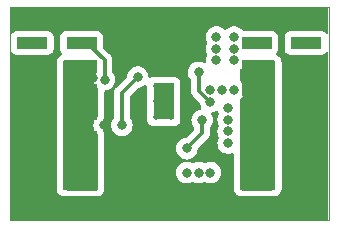
<source format=gbr>
G04 #@! TF.GenerationSoftware,KiCad,Pcbnew,8.0.3*
G04 #@! TF.CreationDate,2024-08-02T19:57:06+02:00*
G04 #@! TF.ProjectId,powermod,706f7765-726d-46f6-942e-6b696361645f,rev?*
G04 #@! TF.SameCoordinates,PXf42400PY2719c40*
G04 #@! TF.FileFunction,Copper,L4,Bot*
G04 #@! TF.FilePolarity,Positive*
%FSLAX46Y46*%
G04 Gerber Fmt 4.6, Leading zero omitted, Abs format (unit mm)*
G04 Created by KiCad (PCBNEW 8.0.3) date 2024-08-02 19:57:06*
%MOMM*%
%LPD*%
G01*
G04 APERTURE LIST*
G04 #@! TA.AperFunction,HeatsinkPad*
%ADD10C,0.500000*%
G04 #@! TD*
G04 #@! TA.AperFunction,HeatsinkPad*
%ADD11R,1.800000X3.100000*%
G04 #@! TD*
G04 #@! TA.AperFunction,SMDPad,CuDef*
%ADD12R,2.580000X1.000000*%
G04 #@! TD*
G04 #@! TA.AperFunction,ViaPad*
%ADD13C,0.800000*%
G04 #@! TD*
G04 #@! TA.AperFunction,ViaPad*
%ADD14C,0.600000*%
G04 #@! TD*
G04 #@! TA.AperFunction,Conductor*
%ADD15C,0.300000*%
G04 #@! TD*
G04 #@! TA.AperFunction,Profile*
%ADD16C,0.120000*%
G04 #@! TD*
G04 APERTURE END LIST*
D10*
X12390000Y-4670000D03*
X12390000Y-5970000D03*
X12390000Y-7270000D03*
D11*
X13040000Y-5970000D03*
D10*
X13690000Y-4670000D03*
X13690000Y-5970000D03*
X13690000Y-7270000D03*
D12*
X25085000Y-1000000D03*
X20915000Y-1000000D03*
X25085000Y-3000000D03*
X20915000Y-3000000D03*
X25085000Y-5000000D03*
X20915000Y-5000000D03*
X25085000Y-7000000D03*
X20915000Y-7000000D03*
X25085000Y-9000000D03*
X20915000Y-9000000D03*
X25085000Y-11000000D03*
X20915000Y-11000000D03*
X25085000Y-13000000D03*
X20915000Y-13000000D03*
X6085000Y-1000000D03*
X1915000Y-1000000D03*
X6085000Y-3000000D03*
X1915000Y-3000000D03*
X6085000Y-5000000D03*
X1915000Y-5000000D03*
X6085000Y-7000000D03*
X1915000Y-7000000D03*
X6085000Y-9000000D03*
X1915000Y-9000000D03*
X6085000Y-11000000D03*
X1915000Y-11000000D03*
X6085000Y-13000000D03*
X1915000Y-13000000D03*
D13*
X15000000Y-12000000D03*
X16000000Y-12000000D03*
X17000000Y-12000000D03*
X8000000Y-8000000D03*
X26000000Y-12000000D03*
X26000000Y-10000000D03*
X26000000Y-8000000D03*
X26000000Y-6000000D03*
X17000000Y-6000003D03*
X16000000Y-3510000D03*
X16294122Y-7546240D03*
X15000000Y-9944919D03*
X10840000Y-3899669D03*
X9500000Y-8000000D03*
X8029077Y-4116585D03*
X6085000Y-1000000D03*
X7036256Y-3996956D03*
X22000000Y-6500000D03*
X22000000Y-7500000D03*
X22000000Y-8500000D03*
X22000000Y-9500000D03*
X19000000Y-5000000D03*
X18000000Y-5000000D03*
X17000000Y-5000000D03*
X17500000Y-1500000D03*
X19000000Y-1500000D03*
X19000000Y-500000D03*
X19000000Y-2500000D03*
X17500000Y-2500000D03*
X17500000Y-500000D03*
X18500000Y-9500000D03*
X18500000Y-8500000D03*
X18500000Y-7500000D03*
X18500000Y-6500000D03*
X26000000Y1000000D03*
X25000000Y1000000D03*
X24000000Y1000000D03*
X26000000Y-4000000D03*
X25000000Y-4000000D03*
X24000000Y-4000000D03*
X13500000Y-8500000D03*
X13500000Y-9500000D03*
X13500000Y-10500000D03*
X12500000Y-10500000D03*
X12500000Y-9500000D03*
X12500000Y-8500000D03*
X13500000Y-3500000D03*
X13500000Y-2500000D03*
X13500000Y-1500000D03*
X12500000Y-3500000D03*
X12500000Y-2500000D03*
X12500000Y-1500000D03*
D14*
X1000000Y-4000000D03*
X1000000Y-6000000D03*
X1000000Y-10000000D03*
X1000000Y-12000000D03*
X1000000Y-8000000D03*
X1000000Y-14000000D03*
D15*
X6085000Y-1000000D02*
X6575000Y-1000000D01*
X6575000Y-1000000D02*
X8029077Y-2454077D01*
X8029077Y-2454077D02*
X8029077Y-4116585D01*
X15000000Y-9944919D02*
X16294122Y-8650797D01*
X16294122Y-8650797D02*
X16294122Y-7546240D01*
X16939342Y-6000003D02*
X17000000Y-6000003D01*
X16000000Y-3510000D02*
X16000000Y-5060661D01*
X16000000Y-5060661D02*
X16939342Y-6000003D01*
X9500000Y-5239669D02*
X10840000Y-3899669D01*
X9500000Y-8000000D02*
X9500000Y-5239669D01*
G04 #@! TA.AperFunction,Conductor*
G36*
X26931621Y1969498D02*
G01*
X26978114Y1915842D01*
X26989500Y1863500D01*
X26989500Y-93785D01*
X26969498Y-161906D01*
X26915842Y-208399D01*
X26845568Y-218503D01*
X26780988Y-189009D01*
X26762632Y-169294D01*
X26738261Y-136738D01*
X26621207Y-49112D01*
X26621202Y-49110D01*
X26484204Y1989D01*
X26484196Y1991D01*
X26423649Y8500D01*
X26423638Y8500D01*
X23746362Y8500D01*
X23746350Y8500D01*
X23685803Y1991D01*
X23685795Y1989D01*
X23548797Y-49110D01*
X23548792Y-49112D01*
X23431738Y-136738D01*
X23344112Y-253792D01*
X23344110Y-253797D01*
X23293011Y-390795D01*
X23293009Y-390803D01*
X23286500Y-451350D01*
X23286500Y-1548649D01*
X23293009Y-1609196D01*
X23293011Y-1609204D01*
X23344110Y-1746202D01*
X23344112Y-1746207D01*
X23431738Y-1863261D01*
X23548792Y-1950887D01*
X23548794Y-1950888D01*
X23548796Y-1950889D01*
X23607875Y-1972924D01*
X23685795Y-2001988D01*
X23685803Y-2001990D01*
X23746350Y-2008499D01*
X23746355Y-2008499D01*
X23746362Y-2008500D01*
X23746368Y-2008500D01*
X26423632Y-2008500D01*
X26423638Y-2008500D01*
X26423645Y-2008499D01*
X26423649Y-2008499D01*
X26484196Y-2001990D01*
X26484199Y-2001989D01*
X26484201Y-2001989D01*
X26494269Y-1998234D01*
X26525728Y-1986500D01*
X26621204Y-1950889D01*
X26738261Y-1863261D01*
X26762631Y-1830705D01*
X26819467Y-1788159D01*
X26890282Y-1783093D01*
X26952595Y-1817118D01*
X26986620Y-1879430D01*
X26989500Y-1906214D01*
X26989500Y-15863500D01*
X26969498Y-15931621D01*
X26915842Y-15978114D01*
X26863500Y-15989500D01*
X136500Y-15989500D01*
X68379Y-15969498D01*
X21886Y-15915842D01*
X10500Y-15863500D01*
X10500Y-2626003D01*
X3986500Y-2626003D01*
X3986500Y-13374009D01*
X3998235Y-13483155D01*
X3998235Y-13483159D01*
X4009617Y-13535480D01*
X4009623Y-13535501D01*
X4044288Y-13639654D01*
X4044290Y-13639657D01*
X4123308Y-13762612D01*
X4123311Y-13762615D01*
X4123315Y-13762621D01*
X4167575Y-13813700D01*
X4169396Y-13815920D01*
X4280258Y-13911980D01*
X4280261Y-13911982D01*
X4413210Y-13972698D01*
X4481331Y-13992700D01*
X4626000Y-14013500D01*
X4626004Y-14013500D01*
X7373994Y-14013500D01*
X7374000Y-14013500D01*
X7414060Y-14009193D01*
X7420776Y-14008653D01*
X7423625Y-14008500D01*
X7423638Y-14008500D01*
X7484201Y-14001989D01*
X7484213Y-14001984D01*
X7491888Y-14000171D01*
X7491888Y-14000173D01*
X7495939Y-13998983D01*
X7499241Y-13998264D01*
X7535491Y-13990380D01*
X7639657Y-13955710D01*
X7762612Y-13876692D01*
X7813721Y-13832405D01*
X7815924Y-13830598D01*
X7911980Y-13719741D01*
X7911982Y-13719739D01*
X7972698Y-13586790D01*
X7992700Y-13518669D01*
X8013500Y-13374000D01*
X8013500Y-9944919D01*
X14086496Y-9944919D01*
X14106457Y-10134846D01*
X14136526Y-10227389D01*
X14165473Y-10316475D01*
X14165476Y-10316480D01*
X14260958Y-10481860D01*
X14260965Y-10481870D01*
X14388744Y-10623783D01*
X14388747Y-10623785D01*
X14543248Y-10736037D01*
X14717712Y-10813713D01*
X14884722Y-10849212D01*
X14947195Y-10882940D01*
X14981517Y-10945090D01*
X14976789Y-11015929D01*
X14934513Y-11072967D01*
X14884723Y-11095705D01*
X14717715Y-11131204D01*
X14543247Y-11208882D01*
X14388744Y-11321135D01*
X14260965Y-11463048D01*
X14260958Y-11463058D01*
X14165476Y-11628438D01*
X14165473Y-11628445D01*
X14106457Y-11810072D01*
X14086496Y-12000000D01*
X14106457Y-12189927D01*
X14136526Y-12282470D01*
X14165473Y-12371556D01*
X14165476Y-12371561D01*
X14260958Y-12536941D01*
X14260965Y-12536951D01*
X14388744Y-12678864D01*
X14388747Y-12678866D01*
X14543248Y-12791118D01*
X14717712Y-12868794D01*
X14904513Y-12908500D01*
X15095487Y-12908500D01*
X15282288Y-12868794D01*
X15448755Y-12794678D01*
X15519118Y-12785245D01*
X15551240Y-12794676D01*
X15717712Y-12868794D01*
X15904513Y-12908500D01*
X16095487Y-12908500D01*
X16282288Y-12868794D01*
X16448755Y-12794678D01*
X16519118Y-12785245D01*
X16551240Y-12794676D01*
X16717712Y-12868794D01*
X16904513Y-12908500D01*
X17095487Y-12908500D01*
X17282288Y-12868794D01*
X17456752Y-12791118D01*
X17611253Y-12678866D01*
X17739040Y-12536944D01*
X17834527Y-12371556D01*
X17893542Y-12189928D01*
X17913504Y-12000000D01*
X17893542Y-11810072D01*
X17834527Y-11628444D01*
X17739040Y-11463056D01*
X17739038Y-11463054D01*
X17739034Y-11463048D01*
X17611255Y-11321135D01*
X17456752Y-11208882D01*
X17282288Y-11131206D01*
X17095487Y-11091500D01*
X16904513Y-11091500D01*
X16717711Y-11131206D01*
X16612231Y-11178168D01*
X16551248Y-11205320D01*
X16480882Y-11214754D01*
X16448752Y-11205320D01*
X16282288Y-11131206D01*
X16095487Y-11091500D01*
X15904513Y-11091500D01*
X15717711Y-11131206D01*
X15612231Y-11178168D01*
X15551248Y-11205320D01*
X15480882Y-11214754D01*
X15448752Y-11205320D01*
X15282288Y-11131206D01*
X15282287Y-11131205D01*
X15282283Y-11131204D01*
X15115277Y-11095705D01*
X15052803Y-11061977D01*
X15018482Y-10999827D01*
X15023210Y-10928988D01*
X15065486Y-10871951D01*
X15115275Y-10849212D01*
X15282288Y-10813713D01*
X15456752Y-10736037D01*
X15611253Y-10623785D01*
X15739040Y-10481863D01*
X15834527Y-10316475D01*
X15893542Y-10134847D01*
X15906754Y-10009134D01*
X15933767Y-9943478D01*
X15942960Y-9933217D01*
X16805613Y-9070566D01*
X16877677Y-8962714D01*
X16927316Y-8842874D01*
X16937611Y-8791118D01*
X16952622Y-8715654D01*
X16952622Y-8220999D01*
X16972624Y-8152878D01*
X16984987Y-8136687D01*
X17033160Y-8083186D01*
X17033159Y-8083186D01*
X17033162Y-8083184D01*
X17128649Y-7917796D01*
X17187664Y-7736168D01*
X17207626Y-7546240D01*
X17187664Y-7356312D01*
X17128649Y-7174684D01*
X17101950Y-7128440D01*
X17074855Y-7081509D01*
X17058117Y-7012513D01*
X17081338Y-6945421D01*
X17137145Y-6901534D01*
X17157771Y-6895263D01*
X17282288Y-6868797D01*
X17456752Y-6791121D01*
X17464163Y-6785736D01*
X17531027Y-6761877D01*
X17600180Y-6777955D01*
X17649662Y-6828867D01*
X17658056Y-6848730D01*
X17665473Y-6871556D01*
X17665474Y-6871559D01*
X17703257Y-6937001D01*
X17719994Y-7005997D01*
X17703257Y-7062999D01*
X17665474Y-7128440D01*
X17665473Y-7128445D01*
X17606457Y-7310072D01*
X17586496Y-7500000D01*
X17606457Y-7689927D01*
X17631241Y-7766202D01*
X17665473Y-7871556D01*
X17665474Y-7871559D01*
X17703257Y-7937001D01*
X17719994Y-8005997D01*
X17703257Y-8062999D01*
X17665474Y-8128440D01*
X17665473Y-8128445D01*
X17606457Y-8310072D01*
X17586496Y-8500000D01*
X17606457Y-8689927D01*
X17619192Y-8729119D01*
X17665473Y-8871556D01*
X17665474Y-8871559D01*
X17703257Y-8937001D01*
X17719994Y-9005997D01*
X17703257Y-9062999D01*
X17665474Y-9128440D01*
X17665473Y-9128445D01*
X17606457Y-9310072D01*
X17586496Y-9500000D01*
X17606457Y-9689927D01*
X17627598Y-9754991D01*
X17665473Y-9871556D01*
X17665476Y-9871561D01*
X17760958Y-10036941D01*
X17760965Y-10036951D01*
X17888744Y-10178864D01*
X17888747Y-10178866D01*
X18043248Y-10291118D01*
X18217712Y-10368794D01*
X18404513Y-10408500D01*
X18595487Y-10408500D01*
X18782288Y-10368794D01*
X18782288Y-10368793D01*
X18782292Y-10368793D01*
X18809251Y-10356790D01*
X18879617Y-10347355D01*
X18943915Y-10377461D01*
X18981728Y-10437549D01*
X18986500Y-10471896D01*
X18986500Y-13374009D01*
X18998235Y-13483155D01*
X18998235Y-13483159D01*
X19009617Y-13535480D01*
X19009623Y-13535501D01*
X19044288Y-13639654D01*
X19044290Y-13639657D01*
X19123308Y-13762612D01*
X19123311Y-13762615D01*
X19123315Y-13762621D01*
X19167575Y-13813700D01*
X19169396Y-13815920D01*
X19280258Y-13911980D01*
X19280261Y-13911982D01*
X19413210Y-13972698D01*
X19481331Y-13992700D01*
X19481334Y-13992700D01*
X19481336Y-13992701D01*
X19483473Y-13993008D01*
X19509589Y-13999672D01*
X19515799Y-14001989D01*
X19576362Y-14008500D01*
X19582209Y-14008500D01*
X19600139Y-14009782D01*
X19615923Y-14012051D01*
X19626000Y-14013500D01*
X19626001Y-14013500D01*
X22373994Y-14013500D01*
X22374000Y-14013500D01*
X22483149Y-14001766D01*
X22483158Y-14001764D01*
X22483159Y-14001764D01*
X22499303Y-13998251D01*
X22535491Y-13990380D01*
X22639657Y-13955710D01*
X22762612Y-13876692D01*
X22813721Y-13832405D01*
X22815924Y-13830598D01*
X22911980Y-13719741D01*
X22911982Y-13719739D01*
X22972698Y-13586790D01*
X22992700Y-13518669D01*
X23013500Y-13374000D01*
X23013500Y-2626000D01*
X23001766Y-2516851D01*
X22998100Y-2500000D01*
X22990382Y-2464519D01*
X22990380Y-2464509D01*
X22955710Y-2360343D01*
X22876692Y-2237388D01*
X22832420Y-2186296D01*
X22830600Y-2184077D01*
X22719740Y-2088019D01*
X22719739Y-2088018D01*
X22623692Y-2044155D01*
X22570039Y-1997663D01*
X22550037Y-1929542D01*
X22570039Y-1861421D01*
X22575169Y-1854033D01*
X22655887Y-1746207D01*
X22655887Y-1746206D01*
X22655889Y-1746204D01*
X22706989Y-1609201D01*
X22713500Y-1548638D01*
X22713500Y-451362D01*
X22713499Y-451350D01*
X22706990Y-390803D01*
X22706988Y-390795D01*
X22655889Y-253797D01*
X22655887Y-253792D01*
X22568261Y-136738D01*
X22451207Y-49112D01*
X22451202Y-49110D01*
X22314204Y1989D01*
X22314196Y1991D01*
X22253649Y8500D01*
X22253638Y8500D01*
X19820750Y8500D01*
X19752629Y28502D01*
X19727114Y50190D01*
X19611255Y178865D01*
X19456752Y291118D01*
X19282288Y368794D01*
X19095487Y408500D01*
X18904513Y408500D01*
X18717711Y368794D01*
X18543247Y291118D01*
X18388746Y178866D01*
X18343636Y128766D01*
X18283190Y91527D01*
X18212206Y92879D01*
X18156364Y128766D01*
X18111253Y178866D01*
X17956752Y291118D01*
X17782288Y368794D01*
X17595487Y408500D01*
X17404513Y408500D01*
X17217711Y368794D01*
X17043247Y291118D01*
X16888744Y178865D01*
X16760965Y36952D01*
X16760958Y36942D01*
X16711275Y-49112D01*
X16665473Y-128444D01*
X16652200Y-169294D01*
X16606457Y-310072D01*
X16586496Y-500000D01*
X16606457Y-689927D01*
X16636526Y-782470D01*
X16665473Y-871556D01*
X16665474Y-871559D01*
X16703257Y-937001D01*
X16719994Y-1005997D01*
X16703257Y-1062999D01*
X16665474Y-1128440D01*
X16665473Y-1128445D01*
X16606457Y-1310072D01*
X16586496Y-1500000D01*
X16606457Y-1689927D01*
X16624743Y-1746204D01*
X16665473Y-1871556D01*
X16665474Y-1871559D01*
X16703257Y-1937001D01*
X16719994Y-2005997D01*
X16703257Y-2062999D01*
X16665474Y-2128440D01*
X16665473Y-2128443D01*
X16665473Y-2128444D01*
X16652758Y-2167576D01*
X16606457Y-2310072D01*
X16586496Y-2500000D01*
X16594188Y-2573186D01*
X16581416Y-2643024D01*
X16532913Y-2694871D01*
X16464081Y-2712265D01*
X16417630Y-2701463D01*
X16282290Y-2641206D01*
X16095487Y-2601500D01*
X15904513Y-2601500D01*
X15717711Y-2641206D01*
X15543247Y-2718882D01*
X15388744Y-2831135D01*
X15260965Y-2973048D01*
X15260958Y-2973058D01*
X15165476Y-3138438D01*
X15165473Y-3138445D01*
X15106457Y-3320072D01*
X15086496Y-3510000D01*
X15106457Y-3699927D01*
X15136526Y-3792470D01*
X15165473Y-3881556D01*
X15165476Y-3881561D01*
X15260961Y-4046946D01*
X15309135Y-4100447D01*
X15339853Y-4164454D01*
X15341500Y-4184759D01*
X15341500Y-5125521D01*
X15351305Y-5174812D01*
X15366806Y-5252738D01*
X15416445Y-5372578D01*
X15488509Y-5480430D01*
X15488513Y-5480434D01*
X16064154Y-6056075D01*
X16098180Y-6118387D01*
X16100368Y-6131994D01*
X16106458Y-6189931D01*
X16165473Y-6371559D01*
X16165473Y-6371560D01*
X16165474Y-6371561D01*
X16219267Y-6464734D01*
X16236004Y-6533729D01*
X16212783Y-6600821D01*
X16156976Y-6644708D01*
X16136344Y-6650979D01*
X16011838Y-6677444D01*
X15837369Y-6755122D01*
X15682866Y-6867375D01*
X15555087Y-7009288D01*
X15555080Y-7009298D01*
X15486291Y-7128445D01*
X15459595Y-7174684D01*
X15445121Y-7219226D01*
X15400579Y-7356312D01*
X15380618Y-7546240D01*
X15400579Y-7736167D01*
X15410339Y-7766204D01*
X15459595Y-7917796D01*
X15459598Y-7917801D01*
X15555083Y-8083186D01*
X15603257Y-8136687D01*
X15633975Y-8200694D01*
X15635622Y-8220999D01*
X15635622Y-8325847D01*
X15615620Y-8393968D01*
X15598717Y-8414942D01*
X15014145Y-8999514D01*
X14951833Y-9033540D01*
X14925050Y-9036419D01*
X14904513Y-9036419D01*
X14717711Y-9076125D01*
X14543247Y-9153801D01*
X14388744Y-9266054D01*
X14260965Y-9407967D01*
X14260958Y-9407977D01*
X14165476Y-9573357D01*
X14165473Y-9573364D01*
X14106457Y-9754991D01*
X14086496Y-9944919D01*
X8013500Y-9944919D01*
X8013500Y-8823896D01*
X8004678Y-8729119D01*
X7996093Y-8683405D01*
X7969926Y-8591878D01*
X7898056Y-8464613D01*
X7895843Y-8460694D01*
X7896999Y-8460040D01*
X7879099Y-8410423D01*
X7876990Y-8390804D01*
X7876989Y-8390802D01*
X7876989Y-8390799D01*
X7825889Y-8253796D01*
X7825886Y-8253792D01*
X7825886Y-8253791D01*
X7738261Y-8136738D01*
X7690343Y-8100868D01*
X7647796Y-8044033D01*
X7644647Y-8000000D01*
X8586496Y-8000000D01*
X8606457Y-8189927D01*
X8627210Y-8253796D01*
X8665473Y-8371556D01*
X8665476Y-8371561D01*
X8760958Y-8536941D01*
X8760965Y-8536951D01*
X8888744Y-8678864D01*
X8888747Y-8678866D01*
X9043248Y-8791118D01*
X9217712Y-8868794D01*
X9404513Y-8908500D01*
X9595487Y-8908500D01*
X9782288Y-8868794D01*
X9956752Y-8791118D01*
X10111253Y-8678866D01*
X10189574Y-8591882D01*
X10239034Y-8536951D01*
X10239035Y-8536949D01*
X10239040Y-8536944D01*
X10334527Y-8371556D01*
X10393542Y-8189928D01*
X10413504Y-8000000D01*
X10393542Y-7810072D01*
X10334527Y-7628444D01*
X10239040Y-7463056D01*
X10239038Y-7463054D01*
X10239034Y-7463048D01*
X10190864Y-7409550D01*
X10160146Y-7345543D01*
X10158500Y-7325240D01*
X10158500Y-5564619D01*
X10178502Y-5496498D01*
X10195405Y-5475524D01*
X10825855Y-4845074D01*
X10888167Y-4811048D01*
X10914950Y-4808169D01*
X10935487Y-4808169D01*
X11122288Y-4768463D01*
X11296752Y-4690787D01*
X11428859Y-4594805D01*
X11495722Y-4570949D01*
X11564874Y-4587029D01*
X11614354Y-4637942D01*
X11628123Y-4682631D01*
X11630707Y-4705558D01*
X11631500Y-4719670D01*
X11631500Y-5920328D01*
X11630708Y-5934434D01*
X11626701Y-5969999D01*
X11630708Y-6005563D01*
X11631500Y-6019670D01*
X11631500Y-7220328D01*
X11630708Y-7234434D01*
X11626701Y-7269999D01*
X11630708Y-7305563D01*
X11631500Y-7319670D01*
X11631500Y-7568649D01*
X11638009Y-7629196D01*
X11638011Y-7629204D01*
X11689110Y-7766202D01*
X11689112Y-7766207D01*
X11776738Y-7883261D01*
X11893792Y-7970887D01*
X11893794Y-7970888D01*
X11893796Y-7970889D01*
X11900038Y-7973217D01*
X12030795Y-8021988D01*
X12030803Y-8021990D01*
X12091350Y-8028499D01*
X12091355Y-8028499D01*
X12091362Y-8028500D01*
X12340330Y-8028500D01*
X12354435Y-8029291D01*
X12390000Y-8033299D01*
X12425564Y-8029291D01*
X12439670Y-8028500D01*
X13640330Y-8028500D01*
X13654435Y-8029291D01*
X13690000Y-8033299D01*
X13725564Y-8029291D01*
X13739670Y-8028500D01*
X13988632Y-8028500D01*
X13988638Y-8028500D01*
X13988645Y-8028499D01*
X13988649Y-8028499D01*
X14049196Y-8021990D01*
X14049199Y-8021989D01*
X14049201Y-8021989D01*
X14186204Y-7970889D01*
X14257131Y-7917794D01*
X14303261Y-7883261D01*
X14390887Y-7766207D01*
X14390887Y-7766206D01*
X14390889Y-7766204D01*
X14441989Y-7629201D01*
X14442071Y-7628445D01*
X14448499Y-7568649D01*
X14448500Y-7568632D01*
X14448500Y-7319670D01*
X14449292Y-7305563D01*
X14453299Y-7270000D01*
X14449292Y-7234434D01*
X14448500Y-7220328D01*
X14448500Y-6019670D01*
X14449292Y-6005563D01*
X14453299Y-5970000D01*
X14449292Y-5934434D01*
X14448500Y-5920328D01*
X14448500Y-4719670D01*
X14449292Y-4705563D01*
X14449293Y-4705558D01*
X14453299Y-4670000D01*
X14449292Y-4634434D01*
X14448500Y-4620328D01*
X14448500Y-4371367D01*
X14448499Y-4371350D01*
X14441990Y-4310803D01*
X14441988Y-4310795D01*
X14406166Y-4214754D01*
X14390889Y-4173796D01*
X14390888Y-4173794D01*
X14390887Y-4173792D01*
X14303261Y-4056738D01*
X14186207Y-3969112D01*
X14186202Y-3969110D01*
X14049204Y-3918011D01*
X14049196Y-3918009D01*
X13988649Y-3911500D01*
X13988638Y-3911500D01*
X13739670Y-3911500D01*
X13725564Y-3910708D01*
X13690000Y-3906701D01*
X13654435Y-3910708D01*
X13640330Y-3911500D01*
X12439670Y-3911500D01*
X12425564Y-3910708D01*
X12390000Y-3906701D01*
X12354435Y-3910708D01*
X12340330Y-3911500D01*
X12091350Y-3911500D01*
X12030803Y-3918009D01*
X12030795Y-3918011D01*
X11918166Y-3960021D01*
X11847350Y-3965087D01*
X11785038Y-3931062D01*
X11751013Y-3868750D01*
X11748823Y-3855136D01*
X11746754Y-3835453D01*
X11733542Y-3709741D01*
X11674527Y-3528113D01*
X11579040Y-3362725D01*
X11579038Y-3362723D01*
X11579034Y-3362717D01*
X11451255Y-3220804D01*
X11296752Y-3108551D01*
X11122288Y-3030875D01*
X10935487Y-2991169D01*
X10744513Y-2991169D01*
X10557711Y-3030875D01*
X10383247Y-3108551D01*
X10228744Y-3220804D01*
X10100965Y-3362717D01*
X10100958Y-3362727D01*
X10005476Y-3528107D01*
X10005473Y-3528114D01*
X9946459Y-3709736D01*
X9933245Y-3835453D01*
X9906231Y-3901109D01*
X9897031Y-3911376D01*
X8988508Y-4819900D01*
X8988506Y-4819903D01*
X8955981Y-4868582D01*
X8955980Y-4868584D01*
X8916445Y-4927752D01*
X8866807Y-5047588D01*
X8866806Y-5047591D01*
X8841500Y-5174808D01*
X8841500Y-7325240D01*
X8821498Y-7393361D01*
X8809136Y-7409550D01*
X8760965Y-7463048D01*
X8760958Y-7463058D01*
X8665476Y-7628438D01*
X8665473Y-7628445D01*
X8606457Y-7810072D01*
X8586496Y-8000000D01*
X7644647Y-8000000D01*
X7642731Y-7973217D01*
X7676756Y-7910905D01*
X7690343Y-7899132D01*
X7738261Y-7863261D01*
X7825886Y-7746208D01*
X7825885Y-7746208D01*
X7825889Y-7746204D01*
X7876989Y-7609201D01*
X7878452Y-7595582D01*
X7904505Y-7531395D01*
X7911982Y-7521841D01*
X7972698Y-7388892D01*
X7992700Y-7320771D01*
X8013500Y-7176102D01*
X8013500Y-5150209D01*
X8033502Y-5082088D01*
X8087158Y-5035595D01*
X8118243Y-5027109D01*
X8118105Y-5026458D01*
X8124564Y-5025085D01*
X8311365Y-4985379D01*
X8485829Y-4907703D01*
X8640330Y-4795451D01*
X8664631Y-4768462D01*
X8768111Y-4653536D01*
X8768112Y-4653534D01*
X8768117Y-4653529D01*
X8863604Y-4488141D01*
X8922619Y-4306513D01*
X8942581Y-4116585D01*
X8922619Y-3926657D01*
X8863604Y-3745029D01*
X8768117Y-3579641D01*
X8768115Y-3579639D01*
X8768111Y-3579633D01*
X8719941Y-3526135D01*
X8689223Y-3462128D01*
X8687577Y-3441825D01*
X8687577Y-2389219D01*
X8687576Y-2389216D01*
X8665903Y-2280261D01*
X8662271Y-2262000D01*
X8612632Y-2142160D01*
X8540567Y-2034308D01*
X8448846Y-1942587D01*
X7920404Y-1414144D01*
X7886379Y-1351832D01*
X7883500Y-1325049D01*
X7883500Y-451367D01*
X7883499Y-451350D01*
X7876990Y-390803D01*
X7876988Y-390795D01*
X7825889Y-253797D01*
X7825887Y-253792D01*
X7738261Y-136738D01*
X7621207Y-49112D01*
X7621202Y-49110D01*
X7484204Y1989D01*
X7484196Y1991D01*
X7423649Y8500D01*
X7423638Y8500D01*
X4746362Y8500D01*
X4746350Y8500D01*
X4685803Y1991D01*
X4685795Y1989D01*
X4548797Y-49110D01*
X4548792Y-49112D01*
X4431738Y-136738D01*
X4344112Y-253792D01*
X4344110Y-253797D01*
X4293011Y-390795D01*
X4293009Y-390803D01*
X4286500Y-451350D01*
X4286500Y-1548649D01*
X4293009Y-1609196D01*
X4293011Y-1609204D01*
X4344110Y-1746202D01*
X4344112Y-1746207D01*
X4421271Y-1849278D01*
X4446082Y-1915798D01*
X4430991Y-1985172D01*
X4380789Y-2035374D01*
X4360704Y-2044117D01*
X4360346Y-2044288D01*
X4237385Y-2123310D01*
X4186299Y-2167576D01*
X4184080Y-2169395D01*
X4088019Y-2280258D01*
X4088017Y-2280261D01*
X4027301Y-2413210D01*
X4007302Y-2481322D01*
X4007300Y-2481329D01*
X4007300Y-2481331D01*
X3986502Y-2625990D01*
X3986500Y-2626003D01*
X10500Y-2626003D01*
X10500Y-1906214D01*
X30502Y-1838093D01*
X84158Y-1791600D01*
X154432Y-1781496D01*
X219012Y-1810990D01*
X237366Y-1830703D01*
X254831Y-1854033D01*
X261739Y-1863261D01*
X378792Y-1950887D01*
X378794Y-1950888D01*
X378796Y-1950889D01*
X437875Y-1972924D01*
X515795Y-2001988D01*
X515803Y-2001990D01*
X576350Y-2008499D01*
X576355Y-2008499D01*
X576362Y-2008500D01*
X576368Y-2008500D01*
X3253632Y-2008500D01*
X3253638Y-2008500D01*
X3253645Y-2008499D01*
X3253649Y-2008499D01*
X3314196Y-2001990D01*
X3314199Y-2001989D01*
X3314201Y-2001989D01*
X3324269Y-1998234D01*
X3355728Y-1986500D01*
X3451204Y-1950889D01*
X3568261Y-1863261D01*
X3655889Y-1746204D01*
X3706989Y-1609201D01*
X3713500Y-1548638D01*
X3713500Y-451362D01*
X3713499Y-451350D01*
X3706990Y-390803D01*
X3706988Y-390795D01*
X3655889Y-253797D01*
X3655887Y-253792D01*
X3568261Y-136738D01*
X3451207Y-49112D01*
X3451202Y-49110D01*
X3314204Y1989D01*
X3314196Y1991D01*
X3253649Y8500D01*
X3253638Y8500D01*
X576362Y8500D01*
X576350Y8500D01*
X515803Y1991D01*
X515795Y1989D01*
X378797Y-49110D01*
X378792Y-49112D01*
X261738Y-136738D01*
X237368Y-169294D01*
X180532Y-211841D01*
X109716Y-216905D01*
X47404Y-182880D01*
X13379Y-120568D01*
X10500Y-93785D01*
X10500Y1863500D01*
X30502Y1931621D01*
X84158Y1978114D01*
X136500Y1989500D01*
X26863500Y1989500D01*
X26931621Y1969498D01*
G37*
G04 #@! TD.AperFunction*
G04 #@! TA.AperFunction,Conductor*
G36*
X22442121Y-2520002D02*
G01*
X22488614Y-2573658D01*
X22500000Y-2626000D01*
X22500000Y-13374000D01*
X22479998Y-13442121D01*
X22426342Y-13488614D01*
X22374000Y-13500000D01*
X19626000Y-13500000D01*
X19557879Y-13479998D01*
X19511386Y-13426342D01*
X19500000Y-13374000D01*
X19500000Y-5823896D01*
X19520002Y-5755775D01*
X19551939Y-5721960D01*
X19611253Y-5678866D01*
X19739040Y-5536944D01*
X19834527Y-5371556D01*
X19893542Y-5189928D01*
X19913504Y-5000000D01*
X19893542Y-4810072D01*
X19834527Y-4628444D01*
X19739040Y-4463056D01*
X19739038Y-4463054D01*
X19739034Y-4463048D01*
X19611257Y-4321137D01*
X19551937Y-4278037D01*
X19508584Y-4221813D01*
X19500000Y-4176102D01*
X19500000Y-3323896D01*
X19520002Y-3255775D01*
X19551939Y-3221960D01*
X19611253Y-3178866D01*
X19739040Y-3036944D01*
X19834527Y-2871556D01*
X19893542Y-2689928D01*
X19901645Y-2612829D01*
X19928658Y-2547173D01*
X19986879Y-2506543D01*
X20026955Y-2500000D01*
X22374000Y-2500000D01*
X22442121Y-2520002D01*
G37*
G04 #@! TD.AperFunction*
G04 #@! TA.AperFunction,Conductor*
G36*
X7159672Y-2520002D02*
G01*
X7180646Y-2536905D01*
X7333672Y-2689931D01*
X7367698Y-2752243D01*
X7370577Y-2779026D01*
X7370577Y-3441825D01*
X7350575Y-3509946D01*
X7338213Y-3526135D01*
X7290042Y-3579633D01*
X7290035Y-3579643D01*
X7194553Y-3745023D01*
X7194550Y-3745030D01*
X7135534Y-3926657D01*
X7115573Y-4116585D01*
X7135534Y-4306512D01*
X7165603Y-4399055D01*
X7194550Y-4488141D01*
X7194553Y-4488146D01*
X7290035Y-4653526D01*
X7290042Y-4653536D01*
X7417820Y-4795448D01*
X7417823Y-4795450D01*
X7417824Y-4795451D01*
X7448061Y-4817419D01*
X7491414Y-4873640D01*
X7500000Y-4919355D01*
X7500000Y-7176102D01*
X7479998Y-7244223D01*
X7448063Y-7278037D01*
X7388742Y-7321137D01*
X7260965Y-7463048D01*
X7260958Y-7463058D01*
X7165476Y-7628438D01*
X7165473Y-7628445D01*
X7106457Y-7810072D01*
X7086496Y-8000000D01*
X7106457Y-8189927D01*
X7136526Y-8282470D01*
X7165473Y-8371556D01*
X7165476Y-8371561D01*
X7260958Y-8536941D01*
X7260965Y-8536951D01*
X7388744Y-8678864D01*
X7448061Y-8721960D01*
X7491415Y-8778182D01*
X7500000Y-8823896D01*
X7500000Y-13374000D01*
X7479998Y-13442121D01*
X7426342Y-13488614D01*
X7374000Y-13500000D01*
X4626000Y-13500000D01*
X4557879Y-13479998D01*
X4511386Y-13426342D01*
X4500000Y-13374000D01*
X4500000Y-2626000D01*
X4520002Y-2557879D01*
X4573658Y-2511386D01*
X4626000Y-2500000D01*
X7091551Y-2500000D01*
X7159672Y-2520002D01*
G37*
G04 #@! TD.AperFunction*
D16*
X0Y-16000000D02*
X27000000Y-16000000D01*
X27000000Y2000000D02*
X0Y2000000D01*
X27000000Y-16000000D02*
X27000000Y2000000D01*
X0Y2000000D02*
X0Y-16000000D01*
M02*

</source>
